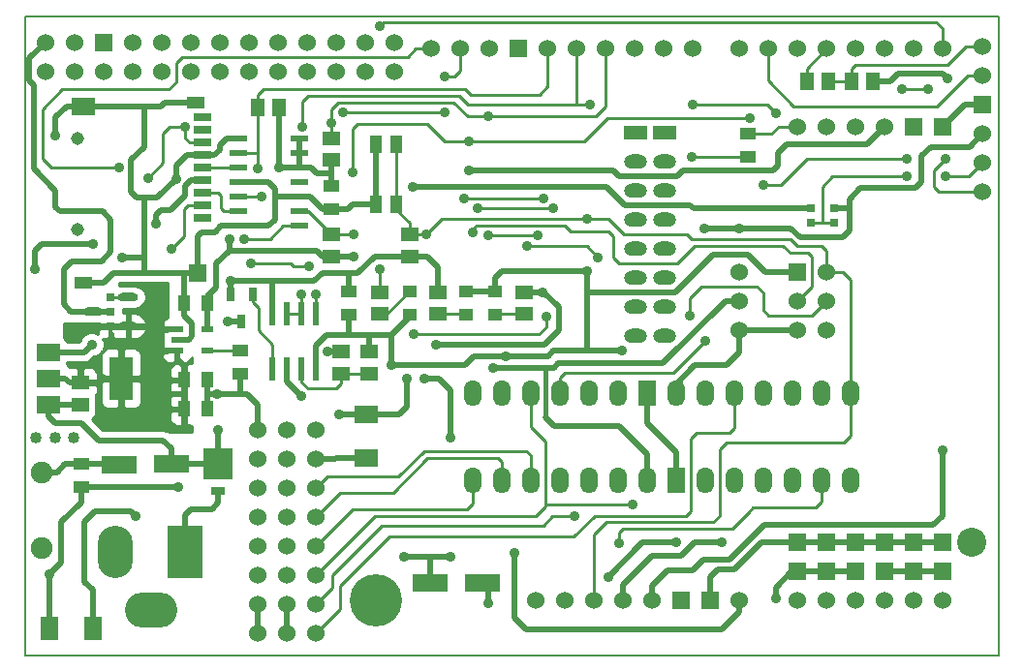
<source format=gtl>
G04 #@! TF.FileFunction,Copper,L1,Top,Signal*
%FSLAX46Y46*%
G04 Gerber Fmt 4.6, Leading zero omitted, Abs format (unit mm)*
G04 Created by KiCad (PCBNEW (2015-07-01 BZR 5850)-product) date Mon Jul 27 17:51:59 2015*
%MOMM*%
G01*
G04 APERTURE LIST*
%ADD10C,0.150000*%
%ADD11C,0.127000*%
%ADD12C,1.016000*%
%ADD13R,1.422400X1.066800*%
%ADD14R,1.066800X1.422400*%
%ADD15R,1.270000X1.016000*%
%ADD16R,0.762000X0.762000*%
%ADD17R,2.540000X2.667000*%
%ADD18R,1.270000X0.762000*%
%ADD19R,1.524000X2.032000*%
%ADD20R,2.032000X1.524000*%
%ADD21O,1.524000X2.286000*%
%ADD22R,1.524000X2.286000*%
%ADD23C,1.524000*%
%ADD24R,1.524000X1.524000*%
%ADD25R,2.032000X1.270000*%
%ADD26O,2.032000X1.270000*%
%ADD27O,3.048000X4.572000*%
%ADD28R,3.048000X4.572000*%
%ADD29O,4.572000X3.048000*%
%ADD30C,1.905000*%
%ADD31O,1.778000X0.762000*%
%ADD32R,0.800100X1.198880*%
%ADD33R,1.498600X1.300480*%
%ADD34R,1.300480X1.498600*%
%ADD35R,1.524000X0.762000*%
%ADD36R,1.524000X1.016000*%
%ADD37C,1.143000*%
%ADD38C,4.572000*%
%ADD39C,2.540000*%
%ADD40R,1.000760X1.501140*%
%ADD41R,1.117600X0.599440*%
%ADD42R,1.549400X0.500380*%
%ADD43R,2.032000X3.810000*%
%ADD44R,0.609600X2.032000*%
%ADD45R,3.048000X1.625600*%
%ADD46C,0.889000*%
%ADD47C,0.508000*%
%ADD48C,0.381000*%
%ADD49C,0.254000*%
G04 APERTURE END LIST*
D10*
D11*
X110490000Y-81280000D02*
X110490000Y-25400000D01*
X25400000Y-25400000D02*
X110490000Y-25400000D01*
X110490000Y-81280000D02*
X25400000Y-81280000D01*
X25400000Y-81280000D02*
X25400000Y-25400000D01*
D12*
X28003500Y-62230000D03*
X29654500Y-62230000D03*
X26352500Y-62242700D03*
D13*
X53721000Y-49466500D03*
X53721000Y-51498500D03*
D14*
X39306500Y-57213500D03*
X41338500Y-57213500D03*
X39306500Y-59753500D03*
X41338500Y-59753500D03*
X41338500Y-50482500D03*
X39306500Y-50482500D03*
D13*
X88582500Y-35687000D03*
X88582500Y-37719000D03*
X52197000Y-42291000D03*
X52197000Y-40259000D03*
X30289500Y-66611500D03*
X30289500Y-64579500D03*
X44196000Y-54673500D03*
X44196000Y-56705500D03*
D15*
X63944500Y-51498500D03*
X63944500Y-49466500D03*
X66484500Y-51498500D03*
X66484500Y-49466500D03*
D16*
X96075500Y-43434000D03*
X96075500Y-42227500D03*
X94043500Y-43434000D03*
X94043500Y-42227500D03*
D17*
X42291000Y-64579500D03*
D18*
X42291000Y-66929000D03*
D15*
X58991500Y-49466500D03*
X58991500Y-51498500D03*
D19*
X31305500Y-78930500D03*
X27495500Y-78930500D03*
D20*
X55181500Y-60261500D03*
X55181500Y-64071500D03*
D21*
X94996000Y-58356500D03*
X92456000Y-58356500D03*
X89916000Y-58356500D03*
X87376000Y-58356500D03*
X84836000Y-58356500D03*
X82296000Y-58356500D03*
D22*
X79756000Y-58356500D03*
D21*
X77216000Y-58356500D03*
X74676000Y-58356500D03*
X72136000Y-58356500D03*
X69596000Y-58356500D03*
X67056000Y-58356500D03*
X64516000Y-58356500D03*
X97536000Y-58356500D03*
X64516000Y-65976500D03*
X67056000Y-65976500D03*
X69596000Y-65976500D03*
X72136000Y-65976500D03*
X74676000Y-65976500D03*
X77216000Y-65976500D03*
X79756000Y-65976500D03*
D22*
X82296000Y-65976500D03*
D21*
X84836000Y-65976500D03*
X87376000Y-65976500D03*
X89916000Y-65976500D03*
X92456000Y-65976500D03*
X94996000Y-65976500D03*
X97536000Y-65976500D03*
D23*
X27178000Y-30226000D03*
X27178000Y-27686000D03*
X29718000Y-30226000D03*
X29718000Y-27686000D03*
X32258000Y-30226000D03*
D24*
X32258000Y-27686000D03*
D23*
X34798000Y-30226000D03*
X34798000Y-27686000D03*
X37338000Y-30226000D03*
X37338000Y-27686000D03*
X39878000Y-30226000D03*
X39878000Y-27686000D03*
X42418000Y-30226000D03*
X42418000Y-27686000D03*
X44958000Y-30226000D03*
X44958000Y-27686000D03*
X47498000Y-30226000D03*
X47498000Y-27686000D03*
X50038000Y-30226000D03*
X50038000Y-27686000D03*
X52578000Y-30226000D03*
X52578000Y-27686000D03*
X55118000Y-30226000D03*
X55118000Y-27686000D03*
X57658000Y-30226000D03*
X57658000Y-27686000D03*
D25*
X78740000Y-35560000D03*
D26*
X78740000Y-38100000D03*
X78740000Y-40640000D03*
X78740000Y-43180000D03*
X78740000Y-45720000D03*
X78740000Y-48260000D03*
X78740000Y-50800000D03*
X78740000Y-53340000D03*
D25*
X81280000Y-35560000D03*
D26*
X81280000Y-38100000D03*
X81280000Y-40640000D03*
X81280000Y-43180000D03*
X81280000Y-45720000D03*
X81280000Y-48260000D03*
X81280000Y-50800000D03*
X81280000Y-53340000D03*
D23*
X50800000Y-79375000D03*
X50800000Y-76835000D03*
X50800000Y-74295000D03*
X50800000Y-71755000D03*
X50800000Y-69215000D03*
X50800000Y-66675000D03*
X50800000Y-64135000D03*
X50800000Y-61595000D03*
X48260000Y-79375000D03*
X48260000Y-76835000D03*
X48260000Y-74295000D03*
X48260000Y-71755000D03*
X48260000Y-69215000D03*
X48260000Y-66675000D03*
X48260000Y-64135000D03*
X48260000Y-61595000D03*
X45720000Y-79375000D03*
X45720000Y-76835000D03*
X45720000Y-74295000D03*
X45720000Y-71755000D03*
X45720000Y-69215000D03*
X45720000Y-66675000D03*
X45720000Y-64135000D03*
X45720000Y-61595000D03*
X109093000Y-28067000D03*
X109093000Y-30607000D03*
D24*
X109093000Y-33147000D03*
D23*
X109093000Y-35687000D03*
X109093000Y-38227000D03*
X109093000Y-40767000D03*
D24*
X105600500Y-35052000D03*
X103060500Y-35052000D03*
D23*
X100520500Y-35052000D03*
X97980500Y-35052000D03*
X95440500Y-35052000D03*
X92900500Y-35052000D03*
X95440500Y-52832000D03*
X92900500Y-52832000D03*
X95440500Y-50292000D03*
X92900500Y-50292000D03*
X95440500Y-47752000D03*
D24*
X92900500Y-47752000D03*
D27*
X33274000Y-72263000D03*
D28*
X39370000Y-72263000D03*
D29*
X36449000Y-77343000D03*
D30*
X26860500Y-71882000D03*
X26860500Y-65278000D03*
D23*
X87820500Y-47752000D03*
X87820500Y-50292000D03*
X87820500Y-52832000D03*
D24*
X105600500Y-73977500D03*
X103060500Y-73977500D03*
X100520500Y-73977500D03*
X97980500Y-73977500D03*
X95440500Y-73977500D03*
X92900500Y-73977500D03*
X105600500Y-71437500D03*
X103060500Y-71437500D03*
X100520500Y-71437500D03*
X97980500Y-71437500D03*
X95440500Y-71437500D03*
X92900500Y-71437500D03*
D31*
X34417000Y-49974500D03*
X34417000Y-52514500D03*
X31369000Y-51244500D03*
D16*
X32893000Y-52514500D03*
X32893000Y-51244500D03*
X32893000Y-49974500D03*
D32*
X45275500Y-49720500D03*
X44323000Y-52133500D03*
X43370500Y-49720500D03*
D33*
X52197000Y-46418500D03*
X52197000Y-44513500D03*
X52197000Y-37973000D03*
X52197000Y-36068000D03*
X61468000Y-49530000D03*
X61468000Y-51435000D03*
D34*
X47625000Y-33401000D03*
X45720000Y-33401000D03*
D33*
X58991500Y-46418500D03*
X58991500Y-44513500D03*
X69024500Y-49530000D03*
X69024500Y-51435000D03*
X53022500Y-54737000D03*
X53022500Y-56642000D03*
X55499000Y-56642000D03*
X55499000Y-54737000D03*
X56388000Y-49530000D03*
X56388000Y-51435000D03*
X30226000Y-59372500D03*
X30226000Y-57467500D03*
D34*
X93726000Y-31115000D03*
X95631000Y-31115000D03*
X97599500Y-31115000D03*
X99504500Y-31115000D03*
D35*
X40894000Y-38671500D03*
X40894000Y-37571680D03*
X40894000Y-36471860D03*
X40894000Y-35372040D03*
X40894000Y-34272220D03*
X40894000Y-39771320D03*
X40894000Y-40871140D03*
X40894000Y-41970960D03*
X40894000Y-43070780D03*
D36*
X40294560Y-32926020D03*
D20*
X30520640Y-33271460D03*
D36*
X30520640Y-48671480D03*
D24*
X40502840Y-47853600D03*
D37*
X29972000Y-36068000D03*
X29972000Y-44069000D03*
D23*
X105600500Y-76517500D03*
X103060500Y-76517500D03*
X100520500Y-76517500D03*
X92900500Y-76517500D03*
X95440500Y-76517500D03*
X97980500Y-76517500D03*
X87820500Y-76517500D03*
D24*
X85280500Y-76517500D03*
X82740500Y-76517500D03*
D23*
X77660500Y-76517500D03*
X75120500Y-76517500D03*
X105600500Y-28257500D03*
X103060500Y-28257500D03*
X100520500Y-28257500D03*
X97980500Y-28257500D03*
X95440500Y-28257500D03*
X92900500Y-28257500D03*
X90360500Y-28257500D03*
X87820500Y-28257500D03*
X83756500Y-28257500D03*
X81216500Y-28257500D03*
X78676500Y-28257500D03*
X76136500Y-28257500D03*
X73596500Y-28257500D03*
X71056500Y-28257500D03*
D24*
X68516500Y-28257500D03*
D23*
X65976500Y-28257500D03*
X80200500Y-76517500D03*
D38*
X56070500Y-76517500D03*
D39*
X108140500Y-71437500D03*
D23*
X72580500Y-76517500D03*
X70040500Y-76517500D03*
X63436500Y-28257500D03*
X60896500Y-28257500D03*
D40*
X56070500Y-36639500D03*
X56070500Y-41846500D03*
X57848500Y-41846500D03*
X57848500Y-36639500D03*
D41*
X38671500Y-52768500D03*
X38671500Y-54673500D03*
X38671500Y-53721000D03*
X41338500Y-54673500D03*
X41338500Y-52768500D03*
D42*
X44005500Y-36131500D03*
X44005500Y-37401500D03*
X44005500Y-38671500D03*
X44005500Y-39941500D03*
X44005500Y-41211500D03*
X44005500Y-42481500D03*
X44005500Y-43751500D03*
X49339500Y-43751500D03*
X49339500Y-42481500D03*
X49339500Y-41211500D03*
X49339500Y-39941500D03*
X49339500Y-38671500D03*
X49339500Y-37401500D03*
X49339500Y-36131500D03*
D43*
X33782000Y-57086500D03*
D20*
X27432000Y-57086500D03*
X27432000Y-59372500D03*
X27432000Y-54800500D03*
D44*
X46990000Y-51435000D03*
X46990000Y-56261000D03*
X48260000Y-51435000D03*
X49530000Y-51435000D03*
X50800000Y-51435000D03*
X48260000Y-56261000D03*
X49530000Y-56261000D03*
X50800000Y-56261000D03*
D45*
X60769500Y-74993500D03*
X65341500Y-74930000D03*
X38163500Y-64579500D03*
X33591500Y-64643000D03*
D46*
X58483500Y-72644000D03*
X62611000Y-72644000D03*
X66294000Y-56134000D03*
X102489000Y-39433500D03*
X105854500Y-39433500D03*
X70167500Y-44577000D03*
X65849500Y-44577000D03*
X64960500Y-42227500D03*
X71564500Y-42227500D03*
X105854500Y-37909500D03*
X89916000Y-40195500D03*
X102489000Y-37909500D03*
X84836000Y-53784500D03*
X73406000Y-69151500D03*
X78486000Y-68135500D03*
X43370500Y-48577500D03*
X58801000Y-57086500D03*
X31369000Y-45339000D03*
X37338000Y-49022000D03*
X105600500Y-63373000D03*
X38798500Y-66611500D03*
X26289000Y-47498000D03*
X39687500Y-61468000D03*
X32067500Y-57086500D03*
X27495500Y-74231500D03*
X52832000Y-60198000D03*
X39370000Y-35115500D03*
X90995500Y-33909000D03*
X83756500Y-33147000D03*
X36131500Y-39560500D03*
X49657000Y-35115500D03*
X74739500Y-33147000D03*
X64516000Y-44323000D03*
X52197000Y-34734500D03*
X46101000Y-41211500D03*
X65849500Y-34163000D03*
X74549000Y-43116500D03*
X50228500Y-47244000D03*
X45148500Y-46990000D03*
X83693000Y-37719000D03*
X60452000Y-44513500D03*
X56388000Y-26289000D03*
X102044500Y-31813500D03*
X104330500Y-31813500D03*
X45720000Y-38735000D03*
X59372500Y-53213000D03*
X69278500Y-45529500D03*
X83502500Y-51625500D03*
X75438000Y-46482000D03*
X70929500Y-51689000D03*
X50800000Y-49720500D03*
X88709500Y-34290000D03*
X64198500Y-36322000D03*
X33591500Y-38608000D03*
X54038500Y-39052500D03*
X53213000Y-33845500D03*
X62103000Y-30670500D03*
X77343000Y-71501000D03*
X62103000Y-33845500D03*
X44513500Y-44894500D03*
X38163500Y-45783500D03*
X70675500Y-41338500D03*
X54102000Y-44513500D03*
X63754000Y-41338500D03*
X43116500Y-52133500D03*
X64198500Y-38862000D03*
X35052000Y-69151500D03*
X51816000Y-54737000D03*
X60261500Y-57086500D03*
X68199000Y-72326500D03*
X42291000Y-61595000D03*
X62547500Y-62230000D03*
X59309000Y-40322500D03*
X106045000Y-30861000D03*
X28067000Y-35877500D03*
X31242000Y-54102000D03*
X67437000Y-55118000D03*
X42164000Y-58483500D03*
X65913000Y-76708000D03*
X38608000Y-39624000D03*
X33909000Y-46545500D03*
X74485500Y-47688500D03*
X76390500Y-74422000D03*
X57404000Y-55943500D03*
X82296000Y-71437500D03*
X77597000Y-54673500D03*
X90995500Y-76327000D03*
X36827460Y-43522900D03*
X49530000Y-58610500D03*
X43243500Y-44894500D03*
X86296500Y-71437500D03*
X87820500Y-43942000D03*
X84772500Y-43942000D03*
X47625000Y-38671500D03*
X54102000Y-46418500D03*
X61277500Y-54102000D03*
X70612000Y-49530000D03*
X56388000Y-47561500D03*
X49530000Y-49720500D03*
D47*
X52514500Y-64135000D02*
X50800000Y-64135000D01*
X52578000Y-64071500D02*
X52514500Y-64135000D01*
X55181500Y-64071500D02*
X52578000Y-64071500D01*
X60769500Y-72644000D02*
X58483500Y-72644000D01*
X48260000Y-76835000D02*
X48260000Y-79375000D01*
X62611000Y-72644000D02*
X60769500Y-72644000D01*
X60769500Y-74993500D02*
X60769500Y-72644000D01*
X79756000Y-63690500D02*
X77279500Y-61214000D01*
D48*
X70866000Y-60452000D02*
X70866000Y-56134000D01*
D47*
X71628000Y-61214000D02*
X70866000Y-60452000D01*
X81153000Y-55753000D02*
X86614000Y-50292000D01*
X79756000Y-65976500D02*
X79756000Y-63690500D01*
X72009000Y-55753000D02*
X81153000Y-55753000D01*
X86614000Y-50292000D02*
X87820500Y-50292000D01*
X77279500Y-61214000D02*
X71628000Y-61214000D01*
X70802500Y-56134000D02*
X71628000Y-56134000D01*
X66294000Y-56134000D02*
X70802500Y-56134000D01*
X70866000Y-56134000D02*
X70802500Y-56134000D01*
X72009000Y-55753000D02*
X71628000Y-56134000D01*
D49*
X105854500Y-39433500D02*
X107886500Y-39433500D01*
X107886500Y-39433500D02*
X109093000Y-38227000D01*
X102489000Y-39433500D02*
X95948500Y-39433500D01*
X95059500Y-40322500D02*
X95059500Y-43434000D01*
X95948500Y-39433500D02*
X95059500Y-40322500D01*
X95059500Y-43434000D02*
X96075500Y-43434000D01*
X94043500Y-43434000D02*
X96075500Y-43434000D01*
X109093000Y-28067000D02*
X107632500Y-28067000D01*
X107632500Y-28067000D02*
X106045000Y-29654500D01*
X97599500Y-31115000D02*
X97599500Y-30035500D01*
X97599500Y-30035500D02*
X97980500Y-29654500D01*
X97980500Y-29654500D02*
X106045000Y-29654500D01*
X97599500Y-31115000D02*
X95631000Y-31115000D01*
X65849500Y-44577000D02*
X70167500Y-44577000D01*
X64516000Y-68008500D02*
X64008000Y-68516500D01*
X64516000Y-65976500D02*
X64516000Y-68008500D01*
X54038500Y-68516500D02*
X50800000Y-71755000D01*
X64008000Y-68516500D02*
X54038500Y-68516500D01*
X71564500Y-42227500D02*
X64960500Y-42227500D01*
X109093000Y-40767000D02*
X105283000Y-40767000D01*
X91440000Y-40195500D02*
X93726000Y-37909500D01*
X105283000Y-40767000D02*
X104838500Y-40322500D01*
X89916000Y-40195500D02*
X91440000Y-40195500D01*
X104838500Y-38925500D02*
X105854500Y-37909500D01*
X102489000Y-37909500D02*
X93726000Y-37909500D01*
X104838500Y-40322500D02*
X104838500Y-38925500D01*
X93726000Y-31115000D02*
X93726000Y-29972000D01*
X93726000Y-29972000D02*
X95440500Y-28257500D01*
X72580500Y-56578500D02*
X72136000Y-57023000D01*
X72136000Y-57023000D02*
X72136000Y-58356500D01*
X52260500Y-74295000D02*
X52260500Y-75374500D01*
X56578500Y-69977000D02*
X52260500Y-74295000D01*
X70675500Y-69977000D02*
X56578500Y-69977000D01*
X52260500Y-75374500D02*
X50800000Y-76835000D01*
X70675500Y-69977000D02*
X71501000Y-69151500D01*
X72580500Y-56578500D02*
X82042000Y-56578500D01*
X71501000Y-69151500D02*
X73406000Y-69151500D01*
X82042000Y-56578500D02*
X84836000Y-53784500D01*
X109093000Y-30607000D02*
X107759500Y-30607000D01*
X105092500Y-33274000D02*
X98361500Y-33274000D01*
X107759500Y-30607000D02*
X105092500Y-33274000D01*
X90360500Y-31051500D02*
X90360500Y-28257500D01*
X92583000Y-33274000D02*
X90360500Y-31051500D01*
X98361500Y-33274000D02*
X92583000Y-33274000D01*
X70040500Y-69088000D02*
X70866000Y-68262500D01*
X56007000Y-69088000D02*
X50800000Y-74295000D01*
X70866000Y-62611000D02*
X69596000Y-61341000D01*
X70866000Y-62611000D02*
X70866000Y-68262500D01*
X70993000Y-68135500D02*
X78486000Y-68135500D01*
X70040500Y-69088000D02*
X70993000Y-68135500D01*
X70040500Y-69088000D02*
X56007000Y-69088000D01*
X69596000Y-58356500D02*
X69596000Y-61341000D01*
D47*
X30289500Y-66611500D02*
X38798500Y-66611500D01*
X81534000Y-73850500D02*
X80200500Y-75184000D01*
X80200500Y-76517500D02*
X80200500Y-75184000D01*
X87820500Y-54800500D02*
X87820500Y-52832000D01*
X82296000Y-57589420D02*
X83941920Y-55943500D01*
X26289000Y-45910500D02*
X26289000Y-47498000D01*
X39306500Y-58483500D02*
X39306500Y-59753500D01*
X38671500Y-55372000D02*
X38671500Y-54673500D01*
X46990000Y-48577500D02*
X46926500Y-48577500D01*
X38671500Y-54673500D02*
X37338000Y-54673500D01*
X83941920Y-55943500D02*
X86677500Y-55943500D01*
X58991500Y-46418500D02*
X55943500Y-46418500D01*
X30226000Y-57467500D02*
X31686500Y-57467500D01*
X33782000Y-57086500D02*
X32067500Y-57086500D01*
X83756500Y-73850500D02*
X81534000Y-73850500D01*
X92900500Y-52832000D02*
X87820500Y-52832000D01*
X61468000Y-47371000D02*
X60515500Y-46418500D01*
X37338000Y-54673500D02*
X37338000Y-52514500D01*
X86677500Y-55943500D02*
X87820500Y-54800500D01*
X103060500Y-73977500D02*
X105600500Y-73977500D01*
X39306500Y-57213500D02*
X39306500Y-56007000D01*
X61468000Y-49530000D02*
X61468000Y-47371000D01*
X39306500Y-59753500D02*
X39306500Y-60960000D01*
X54483000Y-47879000D02*
X53721000Y-47879000D01*
X28575000Y-69659500D02*
X28575000Y-73152000D01*
X89979500Y-69913500D02*
X104775000Y-69913500D01*
X52895500Y-60261500D02*
X52832000Y-60198000D01*
X55181500Y-60261500D02*
X52895500Y-60261500D01*
X43370500Y-49720500D02*
X43370500Y-48577500D01*
X46990000Y-51435000D02*
X46990000Y-48577500D01*
X36131500Y-52514500D02*
X34417000Y-52514500D01*
X27495500Y-78930500D02*
X27495500Y-74231500D01*
X35687000Y-57086500D02*
X37084000Y-58483500D01*
X105600500Y-63373000D02*
X105600500Y-69088000D01*
X105600500Y-69088000D02*
X104775000Y-69913500D01*
X30289500Y-67945000D02*
X30289500Y-66611500D01*
X39306500Y-58483500D02*
X37084000Y-58483500D01*
X84709000Y-72898000D02*
X83756500Y-73850500D01*
X39306500Y-60960000D02*
X39687500Y-61468000D01*
X58102500Y-60261500D02*
X55181500Y-60261500D01*
X31369000Y-45339000D02*
X26860500Y-45339000D01*
X37338000Y-52768500D02*
X37338000Y-52514500D01*
X29273500Y-57467500D02*
X28892500Y-57086500D01*
X50673000Y-48577500D02*
X51371500Y-47879000D01*
X53721000Y-49466500D02*
X53721000Y-47879000D01*
X36385500Y-52768500D02*
X36131500Y-52514500D01*
X46926500Y-48577500D02*
X43370500Y-48577500D01*
X55943500Y-46418500D02*
X54483000Y-47879000D01*
X39306500Y-56007000D02*
X38671500Y-55372000D01*
X26860500Y-45339000D02*
X26289000Y-45910500D01*
X58801000Y-57086500D02*
X58801000Y-59563000D01*
X82296000Y-58356500D02*
X82296000Y-57589420D01*
X50673000Y-48577500D02*
X46926500Y-48577500D01*
X37338000Y-49022000D02*
X37338000Y-52514500D01*
X28575000Y-73152000D02*
X27495500Y-74231500D01*
X28892500Y-57086500D02*
X27432000Y-57086500D01*
X30226000Y-57467500D02*
X29273500Y-57467500D01*
X60515500Y-46418500D02*
X58991500Y-46418500D01*
X28575000Y-69659500D02*
X30289500Y-67945000D01*
X53721000Y-47879000D02*
X51371500Y-47879000D01*
X58801000Y-59563000D02*
X58102500Y-60261500D01*
X39306500Y-57213500D02*
X39306500Y-58483500D01*
X100520500Y-73977500D02*
X103060500Y-73977500D01*
X31686500Y-57467500D02*
X32067500Y-57086500D01*
X34417000Y-52514500D02*
X32893000Y-52514500D01*
X35687000Y-57086500D02*
X33782000Y-57086500D01*
X38671500Y-52768500D02*
X37338000Y-52768500D01*
X37338000Y-52768500D02*
X36385500Y-52768500D01*
X86995000Y-72898000D02*
X84709000Y-72898000D01*
X89979500Y-69913500D02*
X86995000Y-72898000D01*
D49*
X39773860Y-36471860D02*
X39370000Y-36068000D01*
X73596500Y-33147000D02*
X64135000Y-33147000D01*
X63373000Y-32385000D02*
X64135000Y-33147000D01*
X37465000Y-38227000D02*
X36131500Y-39560500D01*
X50165000Y-32385000D02*
X63373000Y-32385000D01*
X73596500Y-33147000D02*
X73596500Y-28257500D01*
X83756500Y-33147000D02*
X90233500Y-33147000D01*
X49657000Y-32893000D02*
X50165000Y-32385000D01*
X49657000Y-35115500D02*
X49657000Y-32893000D01*
X90233500Y-33147000D02*
X90995500Y-33909000D01*
X39370000Y-36068000D02*
X39370000Y-35115500D01*
X74739500Y-33147000D02*
X73596500Y-33147000D01*
X40894000Y-36471860D02*
X39773860Y-36471860D01*
X38036500Y-35115500D02*
X39370000Y-35115500D01*
X37465000Y-35687000D02*
X37465000Y-38227000D01*
X37465000Y-35687000D02*
X38036500Y-35115500D01*
X44005500Y-41211500D02*
X46101000Y-41211500D01*
X76136500Y-28257500D02*
X76136500Y-33274000D01*
X58039000Y-65659000D02*
X51816000Y-65659000D01*
X64516000Y-44323000D02*
X64516000Y-44005500D01*
X75247500Y-34163000D02*
X65849500Y-34163000D01*
X52197000Y-36068000D02*
X52197000Y-34734500D01*
X69596000Y-65976500D02*
X69596000Y-63817500D01*
X60261500Y-63436500D02*
X58039000Y-65659000D01*
X69215000Y-63436500D02*
X60261500Y-63436500D01*
X65849500Y-34163000D02*
X64071500Y-34163000D01*
X51816000Y-65659000D02*
X50800000Y-66675000D01*
X52197000Y-33528000D02*
X52768500Y-32956500D01*
X91630500Y-45466000D02*
X92265500Y-46101000D01*
X76390500Y-44196000D02*
X76835000Y-44640500D01*
X82423000Y-46990000D02*
X77279500Y-46990000D01*
X69596000Y-63817500D02*
X69215000Y-63436500D01*
X72580500Y-43688000D02*
X73088500Y-44196000D01*
X73088500Y-44196000D02*
X76390500Y-44196000D01*
X77279500Y-46990000D02*
X76835000Y-46545500D01*
X83947000Y-45466000D02*
X82423000Y-46990000D01*
X83947000Y-45466000D02*
X91630500Y-45466000D01*
X76835000Y-46545500D02*
X76835000Y-44640500D01*
X64833500Y-43688000D02*
X72580500Y-43688000D01*
X93853000Y-46101000D02*
X94170500Y-46418500D01*
X52768500Y-32956500D02*
X62865000Y-32956500D01*
X92265500Y-46101000D02*
X93853000Y-46101000D01*
X52197000Y-34734500D02*
X52197000Y-33528000D01*
X94170500Y-46418500D02*
X94170500Y-49022000D01*
X94170500Y-49022000D02*
X92900500Y-50292000D01*
X62865000Y-32956500D02*
X64071500Y-34163000D01*
X64516000Y-44005500D02*
X64833500Y-43688000D01*
X76136500Y-33274000D02*
X75247500Y-34163000D01*
X97536000Y-58356500D02*
X97536000Y-62103000D01*
X97536000Y-58356500D02*
X97536000Y-48450500D01*
X96964500Y-62674500D02*
X97536000Y-62103000D01*
X86677500Y-62674500D02*
X96964500Y-62674500D01*
X86106000Y-63246000D02*
X86677500Y-62674500D01*
X75120500Y-70739000D02*
X75120500Y-76517500D01*
X83693000Y-44894500D02*
X83248500Y-44450000D01*
X86106000Y-63246000D02*
X86106000Y-69088000D01*
X61849000Y-43116500D02*
X60452000Y-44513500D01*
X48895000Y-47244000D02*
X50228500Y-47244000D01*
X57848500Y-41846500D02*
X57848500Y-36639500D01*
X74549000Y-43116500D02*
X61849000Y-43116500D01*
X60452000Y-44513500D02*
X58991500Y-44513500D01*
X45148500Y-46990000D02*
X48641000Y-46990000D01*
X83693000Y-44894500D02*
X92329000Y-44894500D01*
X57848500Y-41846500D02*
X57848500Y-42354500D01*
X92329000Y-44894500D02*
X92900500Y-45466000D01*
X76390500Y-43116500D02*
X77724000Y-44450000D01*
X94996000Y-45466000D02*
X92900500Y-45466000D01*
X96837500Y-47752000D02*
X95440500Y-47752000D01*
X48641000Y-46990000D02*
X48895000Y-47244000D01*
X76200000Y-69659500D02*
X75120500Y-70739000D01*
X58991500Y-43497500D02*
X58991500Y-44513500D01*
X76200000Y-69659500D02*
X85534500Y-69659500D01*
X57848500Y-42354500D02*
X58991500Y-43497500D01*
X77724000Y-44450000D02*
X83248500Y-44450000D01*
X83693000Y-37719000D02*
X88582500Y-37719000D01*
X95440500Y-47752000D02*
X95440500Y-45910500D01*
X97536000Y-48450500D02*
X96837500Y-47752000D01*
X86106000Y-69088000D02*
X85534500Y-69659500D01*
X95440500Y-45910500D02*
X94996000Y-45466000D01*
X74549000Y-43116500D02*
X76390500Y-43116500D01*
X105029000Y-25908000D02*
X56769000Y-25908000D01*
X105600500Y-26479500D02*
X105600500Y-28257500D01*
X102044500Y-31813500D02*
X104330500Y-31813500D01*
X56769000Y-25908000D02*
X56388000Y-26289000D01*
X105029000Y-25908000D02*
X105600500Y-26479500D01*
D47*
X29464000Y-46863000D02*
X32067500Y-46863000D01*
X28448000Y-42481500D02*
X28067000Y-42100500D01*
X32893000Y-46037500D02*
X32893000Y-43180000D01*
X31369000Y-51244500D02*
X29400500Y-51244500D01*
X29400500Y-51244500D02*
X28765500Y-50609500D01*
X32893000Y-43180000D02*
X32194500Y-42481500D01*
X25781000Y-31051500D02*
X25781000Y-29083000D01*
X28765500Y-50609500D02*
X28765500Y-47561500D01*
X25781000Y-29083000D02*
X27178000Y-27686000D01*
X32893000Y-51244500D02*
X31369000Y-51244500D01*
X32194500Y-42481500D02*
X28448000Y-42481500D01*
X28067000Y-40640000D02*
X28067000Y-42100500D01*
X28765500Y-47561500D02*
X29464000Y-46863000D01*
X26162000Y-31432500D02*
X26162000Y-38735000D01*
X26162000Y-38735000D02*
X28067000Y-40640000D01*
X32067500Y-46863000D02*
X32893000Y-46037500D01*
X25781000Y-31051500D02*
X26162000Y-31432500D01*
D49*
X71056500Y-31559500D02*
X71056500Y-28257500D01*
X89344500Y-49022000D02*
X89916000Y-49593500D01*
X84518500Y-49022000D02*
X89344500Y-49022000D01*
X74485500Y-45529500D02*
X75438000Y-46482000D01*
X83502500Y-51625500D02*
X83502500Y-50038000D01*
X64325500Y-32258000D02*
X70358000Y-32258000D01*
X83502500Y-50038000D02*
X84518500Y-49022000D01*
X89916000Y-51117500D02*
X90360500Y-51562000D01*
X46228000Y-31813500D02*
X45720000Y-32321500D01*
X89916000Y-49593500D02*
X89916000Y-51117500D01*
X70358000Y-32258000D02*
X71056500Y-31559500D01*
X50800000Y-51435000D02*
X50800000Y-49720500D01*
X46228000Y-31813500D02*
X63881000Y-31813500D01*
X94170500Y-51562000D02*
X90360500Y-51562000D01*
X45720000Y-33401000D02*
X45720000Y-37401500D01*
X45720000Y-32321500D02*
X45720000Y-33401000D01*
X63881000Y-31813500D02*
X64325500Y-32258000D01*
X70929500Y-52578000D02*
X70929500Y-51689000D01*
X59372500Y-53213000D02*
X70294500Y-53213000D01*
X94170500Y-51562000D02*
X95440500Y-50292000D01*
X69278500Y-45529500D02*
X74485500Y-45529500D01*
X44005500Y-37401500D02*
X45720000Y-37401500D01*
X70294500Y-53213000D02*
X70929500Y-52578000D01*
X45720000Y-38735000D02*
X45720000Y-37401500D01*
X58864500Y-28956000D02*
X39116000Y-28956000D01*
X38608000Y-29464000D02*
X39116000Y-28956000D01*
X38608000Y-31178500D02*
X38608000Y-29464000D01*
X88709500Y-34290000D02*
X76327000Y-34290000D01*
X37973000Y-31813500D02*
X38608000Y-31178500D01*
X76327000Y-34290000D02*
X74295000Y-36322000D01*
X74295000Y-36322000D02*
X64198500Y-36322000D01*
X58864500Y-28956000D02*
X59563000Y-28257500D01*
X27686000Y-38608000D02*
X26924000Y-37846000D01*
X37973000Y-31813500D02*
X28638500Y-31813500D01*
X59563000Y-28257500D02*
X60896500Y-28257500D01*
X60579000Y-34798000D02*
X54483000Y-34798000D01*
X62103000Y-36322000D02*
X60579000Y-34798000D01*
X54038500Y-35242500D02*
X54038500Y-39052500D01*
X33591500Y-38608000D02*
X27686000Y-38608000D01*
X26924000Y-37846000D02*
X26924000Y-33528000D01*
X28638500Y-31813500D02*
X26924000Y-33528000D01*
X54483000Y-34798000D02*
X54038500Y-35242500D01*
X64198500Y-36322000D02*
X62103000Y-36322000D01*
X94996000Y-65976500D02*
X94996000Y-67881500D01*
X94488000Y-68389500D02*
X89032080Y-68389500D01*
X94996000Y-67881500D02*
X94488000Y-68389500D01*
X63436500Y-28257500D02*
X63436500Y-30162500D01*
X62103000Y-33845500D02*
X53213000Y-33845500D01*
X77660500Y-70231000D02*
X87190580Y-70231000D01*
X62103000Y-30670500D02*
X62928500Y-30670500D01*
X62928500Y-30670500D02*
X63436500Y-30162500D01*
X77660500Y-70231000D02*
X77343000Y-70548500D01*
X89032080Y-68389500D02*
X88646000Y-68775580D01*
X77343000Y-70548500D02*
X77343000Y-71501000D01*
X88646000Y-68775580D02*
X87190580Y-70231000D01*
X40894000Y-38671500D02*
X44005500Y-38671500D01*
X39306500Y-42291000D02*
X39306500Y-44640500D01*
X40894000Y-41970960D02*
X39626540Y-41970960D01*
X44513500Y-44894500D02*
X46799500Y-44894500D01*
X39306500Y-44640500D02*
X38163500Y-45783500D01*
X39626540Y-41970960D02*
X39306500Y-42291000D01*
X47942500Y-43751500D02*
X49339500Y-43751500D01*
X46799500Y-44894500D02*
X47942500Y-43751500D01*
X42735500Y-42481500D02*
X42481500Y-42227500D01*
X42481500Y-41084500D02*
X42268140Y-40871140D01*
X42268140Y-40871140D02*
X40894000Y-40871140D01*
X42481500Y-42227500D02*
X42481500Y-41084500D01*
X44005500Y-42481500D02*
X42735500Y-42481500D01*
X57594500Y-67056000D02*
X52959000Y-67056000D01*
X70675500Y-41338500D02*
X63754000Y-41338500D01*
X52197000Y-44513500D02*
X54102000Y-44513500D01*
X66738500Y-64071500D02*
X60579000Y-64071500D01*
X49339500Y-42481500D02*
X50165000Y-42481500D01*
X67056000Y-65976500D02*
X67056000Y-64389000D01*
X60579000Y-64071500D02*
X57594500Y-67056000D01*
X52959000Y-67056000D02*
X50800000Y-69215000D01*
X67056000Y-64389000D02*
X66738500Y-64071500D01*
X50165000Y-42481500D02*
X52197000Y-44513500D01*
X50101500Y-57975500D02*
X52578000Y-57975500D01*
X49530000Y-57404000D02*
X50101500Y-57975500D01*
X53022500Y-57531000D02*
X52578000Y-57975500D01*
X49530000Y-56261000D02*
X49530000Y-57404000D01*
X53022500Y-56642000D02*
X55499000Y-56642000D01*
X53022500Y-56642000D02*
X53022500Y-57531000D01*
X45275500Y-49720500D02*
X45275500Y-50419000D01*
X46990000Y-56261000D02*
X46990000Y-54102000D01*
X45275500Y-50419000D02*
X45783500Y-50927000D01*
X45783500Y-52895500D02*
X45783500Y-50927000D01*
X46990000Y-54102000D02*
X45783500Y-52895500D01*
D47*
X39878000Y-68516500D02*
X39370000Y-69024500D01*
X42291000Y-67945000D02*
X41719500Y-68516500D01*
X42291000Y-66929000D02*
X42291000Y-67945000D01*
X39370000Y-69024500D02*
X39370000Y-72263000D01*
X41719500Y-68516500D02*
X39878000Y-68516500D01*
X64198500Y-38862000D02*
X76835000Y-38862000D01*
X77343000Y-39370000D02*
X76835000Y-38862000D01*
X90805000Y-38862000D02*
X82931000Y-38862000D01*
X91186000Y-38481000D02*
X91186000Y-37338000D01*
X91948000Y-36576000D02*
X98996500Y-36576000D01*
X82423000Y-39370000D02*
X77343000Y-39370000D01*
X90805000Y-38862000D02*
X91186000Y-38481000D01*
X43116500Y-52133500D02*
X44323000Y-52133500D01*
X98996500Y-36576000D02*
X100520500Y-35052000D01*
X82931000Y-38862000D02*
X82423000Y-39370000D01*
X91948000Y-36576000D02*
X91186000Y-37338000D01*
X35052000Y-69151500D02*
X34607500Y-68707000D01*
X31496000Y-68707000D02*
X30607000Y-69596000D01*
X30607000Y-74866500D02*
X31305500Y-75565000D01*
X30607000Y-69596000D02*
X30607000Y-74866500D01*
X34607500Y-68707000D02*
X31496000Y-68707000D01*
X31305500Y-75565000D02*
X31305500Y-78930500D01*
X30289500Y-60960000D02*
X31813500Y-62484000D01*
X61531500Y-57086500D02*
X60261500Y-57086500D01*
X37465000Y-62484000D02*
X31813500Y-62484000D01*
X30226000Y-59372500D02*
X27432000Y-59372500D01*
X27432000Y-60388500D02*
X28003500Y-60960000D01*
X38163500Y-64579500D02*
X42291000Y-64579500D01*
X42291000Y-64579500D02*
X42291000Y-61595000D01*
X53022500Y-54737000D02*
X51816000Y-54737000D01*
X27432000Y-59372500D02*
X27432000Y-60388500D01*
X38163500Y-63182500D02*
X37465000Y-62484000D01*
X38163500Y-64579500D02*
X38163500Y-63182500D01*
X28003500Y-60960000D02*
X30289500Y-60960000D01*
X62547500Y-62230000D02*
X62547500Y-58102500D01*
X62547500Y-58102500D02*
X61531500Y-57086500D01*
X68199000Y-78041500D02*
X68199000Y-72326500D01*
X87820500Y-77470000D02*
X87820500Y-76517500D01*
X86296500Y-78994000D02*
X69151500Y-78994000D01*
X69151500Y-78994000D02*
X68199000Y-78041500D01*
X87820500Y-77470000D02*
X86296500Y-78994000D01*
X94043500Y-42227500D02*
X83820000Y-42227500D01*
X76200000Y-40322500D02*
X77787500Y-41910000D01*
X59309000Y-40322500D02*
X76200000Y-40322500D01*
X77787500Y-41910000D02*
X83502500Y-41910000D01*
X83820000Y-42227500D02*
X83502500Y-41910000D01*
D49*
X83566000Y-62357000D02*
X84074000Y-61849000D01*
X52959000Y-75244960D02*
X52959000Y-77216000D01*
X52959000Y-77216000D02*
X50800000Y-79375000D01*
X57274460Y-70929500D02*
X52959000Y-75244960D01*
X75184000Y-69088000D02*
X73342500Y-70929500D01*
X83185000Y-69088000D02*
X75184000Y-69088000D01*
X83566000Y-62357000D02*
X83566000Y-68707000D01*
X86931500Y-61849000D02*
X87376000Y-61404500D01*
X87376000Y-58356500D02*
X87376000Y-61404500D01*
X84074000Y-61849000D02*
X86931500Y-61849000D01*
X83185000Y-69088000D02*
X83566000Y-68707000D01*
X73342500Y-70929500D02*
X57274460Y-70929500D01*
X91249500Y-35052000D02*
X90614500Y-35687000D01*
X90614500Y-35687000D02*
X88582500Y-35687000D01*
X92900500Y-35052000D02*
X91249500Y-35052000D01*
D47*
X101028500Y-31115000D02*
X99504500Y-31115000D01*
X101727000Y-30416500D02*
X101028500Y-31115000D01*
X105600500Y-30416500D02*
X101727000Y-30416500D01*
X106045000Y-30861000D02*
X105600500Y-30416500D01*
X89725500Y-71437500D02*
X87376000Y-73787000D01*
X87376000Y-73787000D02*
X85979000Y-73787000D01*
X85979000Y-73787000D02*
X85280500Y-74485500D01*
X65913000Y-76708000D02*
X65913000Y-75501500D01*
X109093000Y-33147000D02*
X107505500Y-33147000D01*
X107505500Y-33147000D02*
X105600500Y-35052000D01*
X57404000Y-55943500D02*
X63817500Y-55943500D01*
X40894000Y-37571680D02*
X41930320Y-37571680D01*
X44005500Y-43751500D02*
X46672500Y-43751500D01*
X58991500Y-51689000D02*
X57404000Y-53276500D01*
X64643000Y-55118000D02*
X67437000Y-55118000D01*
X55499000Y-54737000D02*
X55499000Y-53276500D01*
X38671500Y-53721000D02*
X39687500Y-53721000D01*
X41930320Y-37571680D02*
X42397680Y-37104320D01*
X67437000Y-55118000D02*
X71122540Y-55118000D01*
X42164000Y-58483500D02*
X41338500Y-58483500D01*
X54038500Y-41846500D02*
X53594000Y-42291000D01*
X35814000Y-33271460D02*
X35814000Y-36830000D01*
X57404000Y-53276500D02*
X55626000Y-53276500D01*
X74485500Y-54673500D02*
X74422000Y-54673500D01*
X50292000Y-41211500D02*
X49339500Y-41211500D01*
X40502840Y-47853600D02*
X39306500Y-47853600D01*
X58991500Y-51498500D02*
X58991500Y-51689000D01*
X44196000Y-56705500D02*
X44196000Y-58483500D01*
X34417000Y-64579500D02*
X33591500Y-64643000D01*
X51752500Y-53276500D02*
X53721000Y-53276500D01*
X85280500Y-74485500D02*
X85280500Y-76517500D01*
X79375000Y-71437500D02*
X76390500Y-74422000D01*
X71122540Y-55118000D02*
X71567040Y-54673500D01*
X57404000Y-55943500D02*
X57404000Y-53276500D01*
X36957000Y-41275000D02*
X38608000Y-39624000D01*
X40502840Y-44650660D02*
X40830500Y-44323000D01*
X35814000Y-46545500D02*
X33909000Y-46545500D01*
X34671000Y-37973000D02*
X35814000Y-36830000D01*
X37277040Y-33271460D02*
X37622480Y-32926020D01*
X27432000Y-54800500D02*
X30543500Y-54800500D01*
X74485500Y-49530000D02*
X74485500Y-54673500D01*
X40005000Y-52260500D02*
X39306500Y-51562000D01*
X95440500Y-71437500D02*
X97980500Y-71437500D01*
X50800000Y-56261000D02*
X50800000Y-54229000D01*
X38608000Y-38481000D02*
X38608000Y-39624000D01*
X39306500Y-51562000D02*
X39306500Y-50482500D01*
X79756000Y-61023500D02*
X79756000Y-58356500D01*
X82296000Y-71437500D02*
X79375000Y-71437500D01*
X97980500Y-71437500D02*
X100520500Y-71437500D01*
X45720000Y-61595000D02*
X45720000Y-59372500D01*
X103060500Y-71437500D02*
X105600500Y-71437500D01*
X74485500Y-47688500D02*
X74485500Y-49530000D01*
X66484500Y-49466500D02*
X66484500Y-48260000D01*
X85534500Y-46228000D02*
X82232500Y-49530000D01*
X45720000Y-76835000D02*
X45720000Y-79375000D01*
X40894000Y-37571680D02*
X39517320Y-37571680D01*
X41338500Y-57213500D02*
X41338500Y-58483500D01*
X30289500Y-64579500D02*
X34417000Y-64579500D01*
X35814000Y-33271460D02*
X37277040Y-33271460D01*
X30543500Y-54800500D02*
X31242000Y-54102000D01*
X28892500Y-64579500D02*
X28194000Y-65278000D01*
X40005000Y-53403500D02*
X40005000Y-52260500D01*
X82232500Y-49530000D02*
X74485500Y-49530000D01*
X39517320Y-37571680D02*
X38608000Y-38481000D01*
X64643000Y-55118000D02*
X63817500Y-55943500D01*
X37622480Y-32926020D02*
X40294560Y-32926020D01*
X32291020Y-48671480D02*
X30520640Y-48671480D01*
X44005500Y-39941500D02*
X46672500Y-39941500D01*
X51371500Y-42291000D02*
X50292000Y-41211500D01*
X44196000Y-58483500D02*
X44132500Y-58483500D01*
X56070500Y-41846500D02*
X54038500Y-41846500D01*
X30520640Y-33271460D02*
X35814000Y-33271460D01*
X92900500Y-71437500D02*
X89725500Y-71437500D01*
X39687500Y-53721000D02*
X40005000Y-53403500D01*
X56070500Y-36639500D02*
X56070500Y-41846500D01*
X53594000Y-42291000D02*
X52197000Y-42291000D01*
X35814000Y-47853600D02*
X36449000Y-47853600D01*
X47244000Y-43180000D02*
X47244000Y-41211500D01*
X35179000Y-41275000D02*
X35814000Y-41275000D01*
X100520500Y-71437500D02*
X103060500Y-71437500D01*
X28194000Y-65278000D02*
X26860500Y-65278000D01*
X53721000Y-53276500D02*
X55626000Y-53276500D01*
X34671000Y-37973000D02*
X34671000Y-40767000D01*
X92900500Y-71437500D02*
X95440500Y-71437500D01*
X30289500Y-64579500D02*
X28892500Y-64579500D01*
X42545000Y-43751500D02*
X41973500Y-44323000D01*
X44005500Y-43751500D02*
X42545000Y-43751500D01*
X74422000Y-54673500D02*
X71567040Y-54673500D01*
X65913000Y-75501500D02*
X65341500Y-74930000D01*
X50800000Y-54229000D02*
X51752500Y-53276500D01*
X92900500Y-47752000D02*
X90106500Y-47752000D01*
X53721000Y-51498500D02*
X53721000Y-53276500D01*
X34671000Y-40767000D02*
X35179000Y-41275000D01*
X33108900Y-47853600D02*
X32291020Y-48671480D01*
X28067000Y-34226500D02*
X28067000Y-35877500D01*
X85534500Y-46228000D02*
X88582500Y-46228000D01*
X39306500Y-47853600D02*
X36449000Y-47853600D01*
X39306500Y-50482500D02*
X39306500Y-47853600D01*
X42164000Y-58483500D02*
X44132500Y-58483500D01*
X41338500Y-58483500D02*
X41338500Y-59753500D01*
X47244000Y-41211500D02*
X47244000Y-40513000D01*
X82296000Y-63563500D02*
X79756000Y-61023500D01*
X35814000Y-41275000D02*
X36957000Y-41275000D01*
X47244000Y-41211500D02*
X49339500Y-41211500D01*
X35814000Y-46545500D02*
X35814000Y-47853600D01*
X35814000Y-41275000D02*
X35814000Y-46545500D01*
X40830500Y-44323000D02*
X41973500Y-44323000D01*
X77597000Y-54673500D02*
X74422000Y-54673500D01*
X42397680Y-36723320D02*
X42397680Y-37104320D01*
X82296000Y-65976500D02*
X82296000Y-63563500D01*
X52197000Y-42291000D02*
X51371500Y-42291000D01*
X45720000Y-59372500D02*
X44831000Y-58483500D01*
X46672500Y-43751500D02*
X47244000Y-43180000D01*
X30520640Y-33271460D02*
X29022040Y-33271460D01*
X29022040Y-33271460D02*
X28067000Y-34226500D01*
X55499000Y-53276500D02*
X55626000Y-53276500D01*
X46672500Y-39941500D02*
X47244000Y-40513000D01*
X36449000Y-47853600D02*
X33108900Y-47853600D01*
X40502840Y-47853600D02*
X40502840Y-44650660D01*
X74485500Y-47688500D02*
X67056000Y-47688500D01*
X44132500Y-58483500D02*
X44831000Y-58483500D01*
X42989500Y-36131500D02*
X42397680Y-36723320D01*
X44005500Y-36131500D02*
X42989500Y-36131500D01*
X67056000Y-47688500D02*
X66484500Y-48260000D01*
X90106500Y-47752000D02*
X88582500Y-46228000D01*
X63944500Y-49466500D02*
X66484500Y-49466500D01*
X105981500Y-36860480D02*
X107919520Y-36860480D01*
X107919520Y-36860480D02*
X109093000Y-35687000D01*
X95440500Y-73977500D02*
X97980500Y-73977500D01*
X48260000Y-56261000D02*
X48260000Y-57340500D01*
X39367460Y-41087040D02*
X38100000Y-42354500D01*
X96837500Y-44767500D02*
X93154500Y-44767500D01*
X92900500Y-73977500D02*
X92392500Y-73977500D01*
X52197000Y-39179500D02*
X52197000Y-37973000D01*
X41338500Y-49911000D02*
X42100500Y-49149000D01*
X103759000Y-39878000D02*
X103187500Y-40449500D01*
X103759000Y-37655500D02*
X103759000Y-39878000D01*
X104554020Y-36860480D02*
X103759000Y-37655500D01*
X103187500Y-40449500D02*
X98425000Y-40449500D01*
X50927000Y-39179500D02*
X52197000Y-39179500D01*
X39367460Y-40253920D02*
X39850060Y-39771320D01*
X92900500Y-73977500D02*
X95440500Y-73977500D01*
X80200500Y-72580500D02*
X77660500Y-75120500D01*
X97472500Y-41402000D02*
X98425000Y-40449500D01*
X69024500Y-49530000D02*
X70739000Y-49530000D01*
X97472500Y-44132500D02*
X97472500Y-42227500D01*
X90995500Y-75374500D02*
X90995500Y-76327000D01*
X86296500Y-71437500D02*
X83883500Y-71437500D01*
X70612000Y-49530000D02*
X69024500Y-49530000D01*
X41338500Y-50482500D02*
X41338500Y-49911000D01*
X50419000Y-38671500D02*
X50927000Y-39179500D01*
X36827460Y-43522900D02*
X36827460Y-42793920D01*
X52197000Y-40259000D02*
X52197000Y-39179500D01*
X49339500Y-38671500D02*
X50419000Y-38671500D01*
X47625000Y-38671500D02*
X47625000Y-33401000D01*
X51371500Y-46418500D02*
X50863500Y-45910500D01*
X48260000Y-57340500D02*
X49530000Y-58610500D01*
X43243500Y-45910500D02*
X43243500Y-44894500D01*
X92392500Y-73977500D02*
X90995500Y-75374500D01*
X49339500Y-38671500D02*
X47625000Y-38671500D01*
X70794880Y-54102000D02*
X72072500Y-52824380D01*
X39850060Y-39771320D02*
X40894000Y-39771320D01*
X42100500Y-49149000D02*
X42100500Y-47053500D01*
X42100500Y-47053500D02*
X43243500Y-45910500D01*
X77660500Y-75120500D02*
X77660500Y-76517500D01*
X49339500Y-36131500D02*
X49339500Y-37401500D01*
X82740500Y-72580500D02*
X80200500Y-72580500D01*
X54102000Y-46418500D02*
X52197000Y-46418500D01*
X87820500Y-43942000D02*
X92329000Y-43942000D01*
X87820500Y-43942000D02*
X84772500Y-43942000D01*
X37274500Y-42354500D02*
X37274500Y-42346880D01*
X61277500Y-54102000D02*
X70794880Y-54102000D01*
X49339500Y-37401500D02*
X49339500Y-38671500D01*
X50863500Y-45910500D02*
X43243500Y-45910500D01*
X83883500Y-71437500D02*
X82740500Y-72580500D01*
X38100000Y-42354500D02*
X37274500Y-42354500D01*
X96075500Y-42227500D02*
X97472500Y-42227500D01*
X39367460Y-40253920D02*
X39367460Y-41087040D01*
X52197000Y-46418500D02*
X51371500Y-46418500D01*
X70739000Y-49530000D02*
X72072500Y-50863500D01*
X36827460Y-42793920D02*
X37274500Y-42346880D01*
X105981500Y-36860480D02*
X104554020Y-36860480D01*
X41338500Y-52768500D02*
X41338500Y-50482500D01*
X72072500Y-50863500D02*
X72072500Y-52824380D01*
X97472500Y-42227500D02*
X97472500Y-41402000D01*
X96837500Y-44767500D02*
X97472500Y-44132500D01*
X93154500Y-44767500D02*
X92329000Y-43942000D01*
D49*
X44196000Y-54673500D02*
X41338500Y-54673500D01*
X63881000Y-51435000D02*
X63944500Y-51498500D01*
X61468000Y-51435000D02*
X63881000Y-51435000D01*
X69024500Y-51435000D02*
X66548000Y-51435000D01*
X66548000Y-51435000D02*
X66484500Y-51498500D01*
X56388000Y-51435000D02*
X57023000Y-51435000D01*
X57023000Y-51435000D02*
X58991500Y-49466500D01*
X34417000Y-49974500D02*
X32893000Y-49974500D01*
X56388000Y-49530000D02*
X56388000Y-47561500D01*
X49530000Y-49720500D02*
X49530000Y-51435000D01*
X48260000Y-51435000D02*
X49530000Y-51435000D01*
G36*
X37846000Y-51754468D02*
X37681062Y-51822788D01*
X37466708Y-52037142D01*
X37350700Y-52317209D01*
X37350700Y-52438300D01*
X37541200Y-52628800D01*
X37846000Y-52628800D01*
X37846000Y-52836962D01*
X37737553Y-52908200D01*
X37541200Y-52908200D01*
X37350700Y-53098700D01*
X37350700Y-53219791D01*
X37465260Y-53496362D01*
X37465260Y-53945638D01*
X37350700Y-54222209D01*
X37350700Y-54343300D01*
X37541200Y-54533800D01*
X37738178Y-54533800D01*
X37846000Y-54606581D01*
X37846000Y-54813200D01*
X37541200Y-54813200D01*
X37350700Y-55003700D01*
X37350700Y-55124791D01*
X37466708Y-55404858D01*
X37681062Y-55619212D01*
X37961129Y-55735220D01*
X38341300Y-55735220D01*
X38531800Y-55544720D01*
X38531800Y-55245000D01*
X38811200Y-55245000D01*
X38811200Y-55544720D01*
X39001700Y-55735220D01*
X39381871Y-55735220D01*
X39661938Y-55619212D01*
X39876292Y-55404858D01*
X39942508Y-55245000D01*
X40005000Y-55245000D01*
X40005000Y-55745904D01*
X39991471Y-55740300D01*
X39636700Y-55740300D01*
X39446200Y-55930800D01*
X39446200Y-57073800D01*
X39466200Y-57073800D01*
X39466200Y-57353200D01*
X39446200Y-57353200D01*
X39446200Y-59613800D01*
X39466200Y-59613800D01*
X39466200Y-59893200D01*
X39446200Y-59893200D01*
X39446200Y-61036200D01*
X39636700Y-61226700D01*
X39991471Y-61226700D01*
X40005000Y-61221096D01*
X40005000Y-61785500D01*
X37989032Y-61785500D01*
X37982790Y-61781329D01*
X37805206Y-61662671D01*
X37465000Y-61595000D01*
X32181736Y-61595000D01*
X31211155Y-60624419D01*
X31217423Y-60623203D01*
X31430227Y-60483413D01*
X31572677Y-60272380D01*
X31622740Y-60022740D01*
X31622740Y-59893200D01*
X38201600Y-59893200D01*
X38011100Y-60083700D01*
X38011100Y-60616271D01*
X38127108Y-60896338D01*
X38341462Y-61110692D01*
X38621529Y-61226700D01*
X38976300Y-61226700D01*
X39166800Y-61036200D01*
X39166800Y-59893200D01*
X38201600Y-59893200D01*
X31622740Y-59893200D01*
X31622740Y-58722260D01*
X31594412Y-58576258D01*
X31621292Y-58549378D01*
X31737300Y-58269311D01*
X31737300Y-57797700D01*
X31546800Y-57607200D01*
X30365700Y-57607200D01*
X30365700Y-57627200D01*
X30086300Y-57627200D01*
X30086300Y-57607200D01*
X30066300Y-57607200D01*
X30066300Y-57416700D01*
X32004000Y-57416700D01*
X32004000Y-59143071D01*
X32120008Y-59423138D01*
X32334362Y-59637492D01*
X32614429Y-59753500D01*
X33451800Y-59753500D01*
X33642300Y-59563000D01*
X33642300Y-57226200D01*
X33921700Y-57226200D01*
X33921700Y-59563000D01*
X34112200Y-59753500D01*
X34949571Y-59753500D01*
X35229638Y-59637492D01*
X35443992Y-59423138D01*
X35560000Y-59143071D01*
X35560000Y-57416700D01*
X35496500Y-57353200D01*
X38201600Y-57353200D01*
X38011100Y-57543700D01*
X38011100Y-58076271D01*
X38127108Y-58356338D01*
X38254270Y-58483500D01*
X38127108Y-58610662D01*
X38011100Y-58890729D01*
X38011100Y-59423300D01*
X38201600Y-59613800D01*
X39166800Y-59613800D01*
X39166800Y-57353200D01*
X38201600Y-57353200D01*
X35496500Y-57353200D01*
X35369500Y-57226200D01*
X33921700Y-57226200D01*
X33642300Y-57226200D01*
X33642300Y-57226200D01*
X32194500Y-57226200D01*
X31648400Y-57226200D01*
X31737300Y-57137300D01*
X31737300Y-57073800D01*
X38201600Y-57073800D01*
X39166800Y-57073800D01*
X39166800Y-55930800D01*
X38976300Y-55740300D01*
X38621529Y-55740300D01*
X35560000Y-55740300D01*
X35560000Y-55029929D01*
X35443992Y-54749862D01*
X35229638Y-54535508D01*
X34949571Y-54419500D01*
X34112200Y-54419500D01*
X33921700Y-54610000D01*
X33921700Y-56946800D01*
X35369500Y-56946800D01*
X35560000Y-56756300D01*
X35560000Y-55740300D01*
X38621529Y-55740300D01*
X35560000Y-55740300D01*
X35560000Y-55740300D01*
X38621529Y-55740300D01*
X38341462Y-55856308D01*
X38127108Y-56070662D01*
X38011100Y-56350729D01*
X38011100Y-56883300D01*
X38201600Y-57073800D01*
X31737300Y-57073800D01*
X31737300Y-56665689D01*
X31621292Y-56385622D01*
X31406938Y-56171268D01*
X31126871Y-56055260D01*
X30556200Y-56055260D01*
X30365700Y-56245760D01*
X30365700Y-57327800D01*
X31546800Y-57327800D01*
X31648400Y-57226200D01*
X32194500Y-57226200D01*
X31648400Y-57226200D01*
X31648400Y-57226200D01*
X32194500Y-57226200D01*
X32004000Y-57416700D01*
X30066300Y-57416700D01*
X30066300Y-57327800D01*
X30086300Y-57327800D01*
X30086300Y-56245760D01*
X29895800Y-56055260D01*
X29325129Y-56055260D01*
X29185258Y-56113197D01*
X29093992Y-55892862D01*
X29032438Y-55831308D01*
X29045377Y-55812140D01*
X29069971Y-55689500D01*
X30543500Y-55689500D01*
X30883706Y-55621829D01*
X31172118Y-55429118D01*
X31419581Y-55181655D01*
X31455784Y-55181687D01*
X31852689Y-55017689D01*
X32119320Y-54751523D01*
X32004000Y-55029929D01*
X32004000Y-56756300D01*
X32194500Y-56946800D01*
X33642300Y-56946800D01*
X33642300Y-54610000D01*
X33451800Y-54419500D01*
X32614429Y-54419500D01*
X32334362Y-54535508D01*
X32157359Y-54712511D01*
X32321313Y-54317668D01*
X32321687Y-53888216D01*
X32198672Y-53590498D01*
X32360429Y-53657500D01*
X32562800Y-53657500D01*
X32753300Y-53467000D01*
X32753300Y-52654200D01*
X32966800Y-52654200D01*
X32810390Y-52829944D01*
X33001994Y-53223940D01*
X33032700Y-53250368D01*
X33032700Y-53467000D01*
X33223200Y-53657500D01*
X33425571Y-53657500D01*
X33577765Y-53594459D01*
X33769300Y-53657500D01*
X34277300Y-53657500D01*
X34277300Y-52654200D01*
X34556700Y-52654200D01*
X34277300Y-52654200D01*
X34277300Y-52654200D01*
X34556700Y-52654200D01*
X34556700Y-53657500D01*
X35064700Y-53657500D01*
X35491473Y-53517033D01*
X35832006Y-53223940D01*
X36023610Y-52829944D01*
X35867200Y-52654200D01*
X34556700Y-52654200D01*
X34277300Y-52654200D01*
X34277300Y-52654200D01*
X32966800Y-52654200D01*
X32753300Y-52654200D01*
X32753300Y-52654200D01*
X31940500Y-52654200D01*
X31750000Y-52844700D01*
X31750000Y-53047071D01*
X31798527Y-53164225D01*
X31457668Y-53022687D01*
X31028216Y-53022313D01*
X30631311Y-53186311D01*
X30327378Y-53489714D01*
X30162687Y-53886332D01*
X30162665Y-53911500D01*
X29070799Y-53911500D01*
X29048463Y-53796377D01*
X28908673Y-53583573D01*
X28829000Y-53529793D01*
X28829000Y-52260500D01*
X31826200Y-52260500D01*
X31940500Y-52374800D01*
X32753300Y-52374800D01*
X32753300Y-52354800D01*
X32949000Y-52354800D01*
X32966800Y-52374800D01*
X34277300Y-52374800D01*
X34277300Y-51371500D01*
X34556700Y-51371500D01*
X34556700Y-52374800D01*
X35867200Y-52374800D01*
X36023610Y-52199056D01*
X35832006Y-51805060D01*
X35491473Y-51511967D01*
X35064700Y-51371500D01*
X34556700Y-51371500D01*
X34277300Y-51371500D01*
X34277300Y-51371500D01*
X33921440Y-51371500D01*
X33921440Y-50990500D01*
X34954857Y-50990500D01*
X35343663Y-50913162D01*
X35673277Y-50692920D01*
X35893519Y-50363306D01*
X35970857Y-49974500D01*
X35893519Y-49585694D01*
X35673277Y-49256080D01*
X35343663Y-49035838D01*
X34954857Y-48958500D01*
X33879143Y-48958500D01*
X33655000Y-49003085D01*
X33655000Y-48742600D01*
X37846000Y-48742600D01*
X37846000Y-51754468D01*
X37846000Y-51754468D01*
G37*
X37846000Y-51754468D02*
X37681062Y-51822788D01*
X37466708Y-52037142D01*
X37350700Y-52317209D01*
X37350700Y-52438300D01*
X37541200Y-52628800D01*
X37846000Y-52628800D01*
X37846000Y-52836962D01*
X37737553Y-52908200D01*
X37541200Y-52908200D01*
X37350700Y-53098700D01*
X37350700Y-53219791D01*
X37465260Y-53496362D01*
X37465260Y-53945638D01*
X37350700Y-54222209D01*
X37350700Y-54343300D01*
X37541200Y-54533800D01*
X37738178Y-54533800D01*
X37846000Y-54606581D01*
X37846000Y-54813200D01*
X37541200Y-54813200D01*
X37350700Y-55003700D01*
X37350700Y-55124791D01*
X37466708Y-55404858D01*
X37681062Y-55619212D01*
X37961129Y-55735220D01*
X38341300Y-55735220D01*
X38531800Y-55544720D01*
X38531800Y-55245000D01*
X38811200Y-55245000D01*
X38811200Y-55544720D01*
X39001700Y-55735220D01*
X39381871Y-55735220D01*
X39661938Y-55619212D01*
X39876292Y-55404858D01*
X39942508Y-55245000D01*
X40005000Y-55245000D01*
X40005000Y-55745904D01*
X39991471Y-55740300D01*
X39636700Y-55740300D01*
X39446200Y-55930800D01*
X39446200Y-57073800D01*
X39466200Y-57073800D01*
X39466200Y-57353200D01*
X39446200Y-57353200D01*
X39446200Y-59613800D01*
X39466200Y-59613800D01*
X39466200Y-59893200D01*
X39446200Y-59893200D01*
X39446200Y-61036200D01*
X39636700Y-61226700D01*
X39991471Y-61226700D01*
X40005000Y-61221096D01*
X40005000Y-61785500D01*
X37989032Y-61785500D01*
X37982790Y-61781329D01*
X37805206Y-61662671D01*
X37465000Y-61595000D01*
X32181736Y-61595000D01*
X31211155Y-60624419D01*
X31217423Y-60623203D01*
X31430227Y-60483413D01*
X31572677Y-60272380D01*
X31622740Y-60022740D01*
X31622740Y-59893200D01*
X38201600Y-59893200D01*
X38011100Y-60083700D01*
X38011100Y-60616271D01*
X38127108Y-60896338D01*
X38341462Y-61110692D01*
X38621529Y-61226700D01*
X38976300Y-61226700D01*
X39166800Y-61036200D01*
X39166800Y-59893200D01*
X38201600Y-59893200D01*
X31622740Y-59893200D01*
X31622740Y-58722260D01*
X31594412Y-58576258D01*
X31621292Y-58549378D01*
X31737300Y-58269311D01*
X31737300Y-57797700D01*
X31546800Y-57607200D01*
X30365700Y-57607200D01*
X30365700Y-57627200D01*
X30086300Y-57627200D01*
X30086300Y-57607200D01*
X30066300Y-57607200D01*
X30066300Y-57416700D01*
X32004000Y-57416700D01*
X32004000Y-59143071D01*
X32120008Y-59423138D01*
X32334362Y-59637492D01*
X32614429Y-59753500D01*
X33451800Y-59753500D01*
X33642300Y-59563000D01*
X33642300Y-57226200D01*
X33921700Y-57226200D01*
X33921700Y-59563000D01*
X34112200Y-59753500D01*
X34949571Y-59753500D01*
X35229638Y-59637492D01*
X35443992Y-59423138D01*
X35560000Y-59143071D01*
X35560000Y-57416700D01*
X35496500Y-57353200D01*
X38201600Y-57353200D01*
X38011100Y-57543700D01*
X38011100Y-58076271D01*
X38127108Y-58356338D01*
X38254270Y-58483500D01*
X38127108Y-58610662D01*
X38011100Y-58890729D01*
X38011100Y-59423300D01*
X38201600Y-59613800D01*
X39166800Y-59613800D01*
X39166800Y-57353200D01*
X38201600Y-57353200D01*
X35496500Y-57353200D01*
X35369500Y-57226200D01*
X33921700Y-57226200D01*
X33642300Y-57226200D01*
X33642300Y-57226200D01*
X32194500Y-57226200D01*
X31648400Y-57226200D01*
X31737300Y-57137300D01*
X31737300Y-57073800D01*
X38201600Y-57073800D01*
X39166800Y-57073800D01*
X39166800Y-55930800D01*
X38976300Y-55740300D01*
X38621529Y-55740300D01*
X35560000Y-55740300D01*
X35560000Y-55029929D01*
X35443992Y-54749862D01*
X35229638Y-54535508D01*
X34949571Y-54419500D01*
X34112200Y-54419500D01*
X33921700Y-54610000D01*
X33921700Y-56946800D01*
X35369500Y-56946800D01*
X35560000Y-56756300D01*
X35560000Y-55740300D01*
X38621529Y-55740300D01*
X35560000Y-55740300D01*
X35560000Y-55740300D01*
X38621529Y-55740300D01*
X38341462Y-55856308D01*
X38127108Y-56070662D01*
X38011100Y-56350729D01*
X38011100Y-56883300D01*
X38201600Y-57073800D01*
X31737300Y-57073800D01*
X31737300Y-56665689D01*
X31621292Y-56385622D01*
X31406938Y-56171268D01*
X31126871Y-56055260D01*
X30556200Y-56055260D01*
X30365700Y-56245760D01*
X30365700Y-57327800D01*
X31546800Y-57327800D01*
X31648400Y-57226200D01*
X32194500Y-57226200D01*
X31648400Y-57226200D01*
X31648400Y-57226200D01*
X32194500Y-57226200D01*
X32004000Y-57416700D01*
X30066300Y-57416700D01*
X30066300Y-57327800D01*
X30086300Y-57327800D01*
X30086300Y-56245760D01*
X29895800Y-56055260D01*
X29325129Y-56055260D01*
X29185258Y-56113197D01*
X29093992Y-55892862D01*
X29032438Y-55831308D01*
X29045377Y-55812140D01*
X29069971Y-55689500D01*
X30543500Y-55689500D01*
X30883706Y-55621829D01*
X31172118Y-55429118D01*
X31419581Y-55181655D01*
X31455784Y-55181687D01*
X31852689Y-55017689D01*
X32119320Y-54751523D01*
X32004000Y-55029929D01*
X32004000Y-56756300D01*
X32194500Y-56946800D01*
X33642300Y-56946800D01*
X33642300Y-54610000D01*
X33451800Y-54419500D01*
X32614429Y-54419500D01*
X32334362Y-54535508D01*
X32157359Y-54712511D01*
X32321313Y-54317668D01*
X32321687Y-53888216D01*
X32198672Y-53590498D01*
X32360429Y-53657500D01*
X32562800Y-53657500D01*
X32753300Y-53467000D01*
X32753300Y-52654200D01*
X32966800Y-52654200D01*
X32810390Y-52829944D01*
X33001994Y-53223940D01*
X33032700Y-53250368D01*
X33032700Y-53467000D01*
X33223200Y-53657500D01*
X33425571Y-53657500D01*
X33577765Y-53594459D01*
X33769300Y-53657500D01*
X34277300Y-53657500D01*
X34277300Y-52654200D01*
X34556700Y-52654200D01*
X34277300Y-52654200D01*
X34277300Y-52654200D01*
X34556700Y-52654200D01*
X34556700Y-53657500D01*
X35064700Y-53657500D01*
X35491473Y-53517033D01*
X35832006Y-53223940D01*
X36023610Y-52829944D01*
X35867200Y-52654200D01*
X34556700Y-52654200D01*
X34277300Y-52654200D01*
X34277300Y-52654200D01*
X32966800Y-52654200D01*
X32753300Y-52654200D01*
X32753300Y-52654200D01*
X31940500Y-52654200D01*
X31750000Y-52844700D01*
X31750000Y-53047071D01*
X31798527Y-53164225D01*
X31457668Y-53022687D01*
X31028216Y-53022313D01*
X30631311Y-53186311D01*
X30327378Y-53489714D01*
X30162687Y-53886332D01*
X30162665Y-53911500D01*
X29070799Y-53911500D01*
X29048463Y-53796377D01*
X28908673Y-53583573D01*
X28829000Y-53529793D01*
X28829000Y-52260500D01*
X31826200Y-52260500D01*
X31940500Y-52374800D01*
X32753300Y-52374800D01*
X32753300Y-52354800D01*
X32949000Y-52354800D01*
X32966800Y-52374800D01*
X34277300Y-52374800D01*
X34277300Y-51371500D01*
X34556700Y-51371500D01*
X34556700Y-52374800D01*
X35867200Y-52374800D01*
X36023610Y-52199056D01*
X35832006Y-51805060D01*
X35491473Y-51511967D01*
X35064700Y-51371500D01*
X34556700Y-51371500D01*
X34277300Y-51371500D01*
X34277300Y-51371500D01*
X33921440Y-51371500D01*
X33921440Y-50990500D01*
X34954857Y-50990500D01*
X35343663Y-50913162D01*
X35673277Y-50692920D01*
X35893519Y-50363306D01*
X35970857Y-49974500D01*
X35893519Y-49585694D01*
X35673277Y-49256080D01*
X35343663Y-49035838D01*
X34954857Y-48958500D01*
X33879143Y-48958500D01*
X33655000Y-49003085D01*
X33655000Y-48742600D01*
X37846000Y-48742600D01*
X37846000Y-51754468D01*
M02*

</source>
